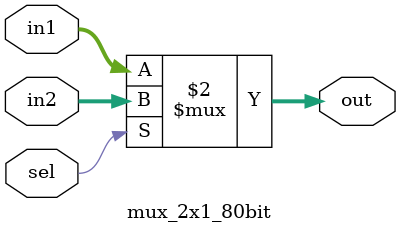
<source format=v>
`timescale 1ns / 1ps

//module mux_2x1_80bit*/
//Note: 
//Create Date: 05/29/2024 01:35:19 AM
// 
//////////////////////////////////////////////////////////////////////////////////


module mux_2x1_80bit(
    input [79:0] in1,
    input [79:0] in2,
    output [79:0] out,
    input sel    
    );
        
    assign out = (sel == 1'b1)? in2 : in1;    
    
endmodule

</source>
